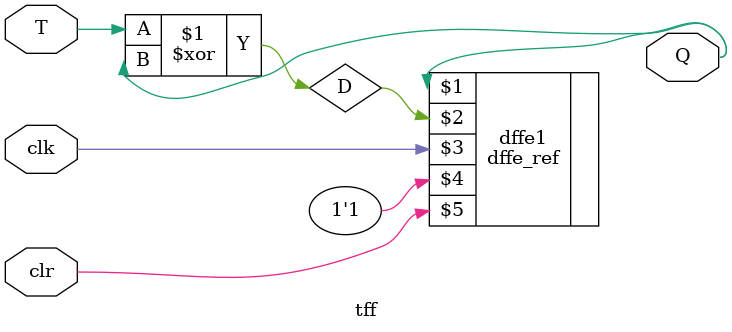
<source format=v>
module tff(T, clk, Q, clr);

    input T, clk, clr;
    output Q;

    wire Q_not, and1, and2, D;

    // and and_a(and1, T, clk, Q);
    // and and_b(and2, clk, T, Q_not);
    // nor nor_a(Q, and1, Q_not);
    // nor nor_b(Q_not, Q, and2);

    xor xor1(D, T, Q);
    dffe_ref dffe1(Q, D, clk, 1'b1, clr);

endmodule
</source>
